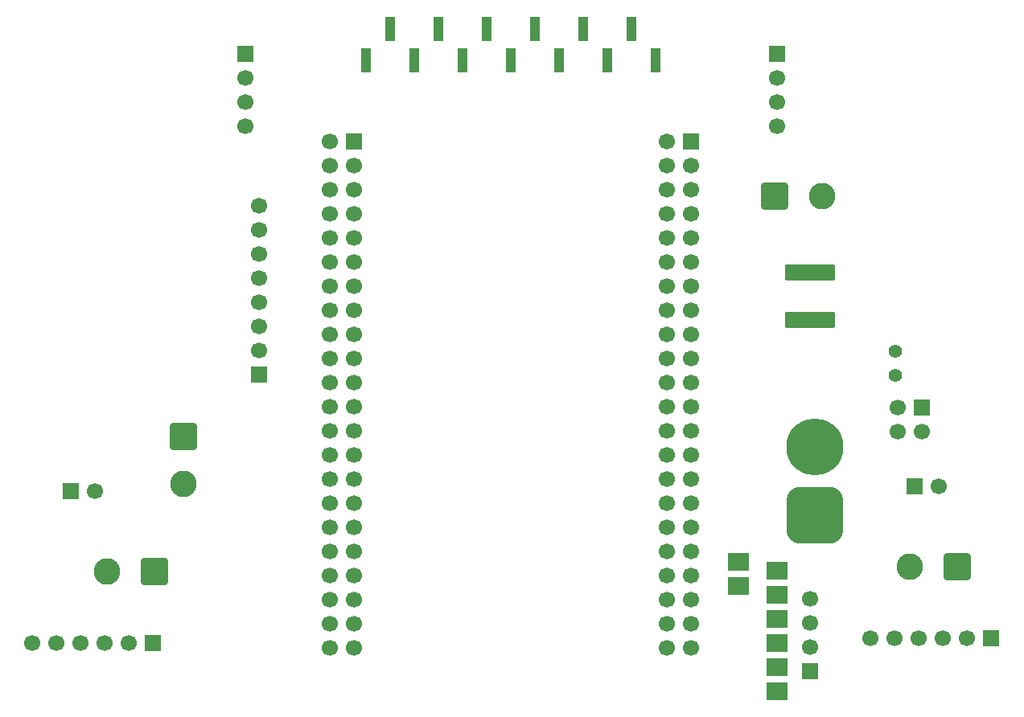
<source format=gbr>
%TF.GenerationSoftware,KiCad,Pcbnew,9.0.7-9.0.7~ubuntu24.04.1*%
%TF.CreationDate,2026-01-21T00:26:07+01:00*%
%TF.ProjectId,SILVER,53494c56-4552-42e6-9b69-6361645f7063,rev?*%
%TF.SameCoordinates,Original*%
%TF.FileFunction,Soldermask,Top*%
%TF.FilePolarity,Negative*%
%FSLAX46Y46*%
G04 Gerber Fmt 4.6, Leading zero omitted, Abs format (unit mm)*
G04 Created by KiCad (PCBNEW 9.0.7-9.0.7~ubuntu24.04.1) date 2026-01-21 00:26:07*
%MOMM*%
%LPD*%
G01*
G04 APERTURE LIST*
G04 Aperture macros list*
%AMRoundRect*
0 Rectangle with rounded corners*
0 $1 Rounding radius*
0 $2 $3 $4 $5 $6 $7 $8 $9 X,Y pos of 4 corners*
0 Add a 4 corners polygon primitive as box body*
4,1,4,$2,$3,$4,$5,$6,$7,$8,$9,$2,$3,0*
0 Add four circle primitives for the rounded corners*
1,1,$1+$1,$2,$3*
1,1,$1+$1,$4,$5*
1,1,$1+$1,$6,$7*
1,1,$1+$1,$8,$9*
0 Add four rect primitives between the rounded corners*
20,1,$1+$1,$2,$3,$4,$5,0*
20,1,$1+$1,$4,$5,$6,$7,0*
20,1,$1+$1,$6,$7,$8,$9,0*
20,1,$1+$1,$8,$9,$2,$3,0*%
G04 Aperture macros list end*
%ADD10R,1.700000X1.700000*%
%ADD11C,1.700000*%
%ADD12RoundRect,1.500000X1.500000X-1.500000X1.500000X1.500000X-1.500000X1.500000X-1.500000X-1.500000X0*%
%ADD13C,6.000000*%
%ADD14RoundRect,0.100000X-2.500000X-0.750000X2.500000X-0.750000X2.500000X0.750000X-2.500000X0.750000X0*%
%ADD15RoundRect,0.101600X1.000000X0.850000X-1.000000X0.850000X-1.000000X-0.850000X1.000000X-0.850000X0*%
%ADD16C,1.400000*%
%ADD17RoundRect,0.250001X1.149999X1.149999X-1.149999X1.149999X-1.149999X-1.149999X1.149999X-1.149999X0*%
%ADD18C,2.800000*%
%ADD19R,1.000000X2.510000*%
%ADD20RoundRect,0.250001X-1.149999X-1.149999X1.149999X-1.149999X1.149999X1.149999X-1.149999X1.149999X0*%
%ADD21RoundRect,0.250001X-1.149999X1.149999X-1.149999X-1.149999X1.149999X-1.149999X1.149999X1.149999X0*%
G04 APERTURE END LIST*
D10*
%TO.C,J2*%
X172025000Y-76000000D03*
D11*
X172025000Y-78540000D03*
X172025000Y-81080000D03*
X172025000Y-83620000D03*
%TD*%
D10*
%TO.C,J18*%
X153725000Y-122000000D03*
D11*
X156265000Y-122000000D03*
%TD*%
D10*
%TO.C,J5*%
X250580000Y-137500000D03*
D11*
X248040000Y-137500000D03*
X245500000Y-137500000D03*
X242960000Y-137500000D03*
X240420000Y-137500000D03*
X237880000Y-137500000D03*
%TD*%
D12*
%TO.C,J6*%
X232000000Y-124600000D03*
D13*
X232000000Y-117400000D03*
%TD*%
D10*
%TO.C,J12*%
X242460000Y-121500000D03*
D11*
X245000000Y-121500000D03*
%TD*%
D14*
%TO.C,SW1*%
X231500000Y-99000000D03*
X231500000Y-104000000D03*
%TD*%
D15*
%TO.C,J7*%
X228000000Y-143080000D03*
X228000000Y-140540000D03*
X228000000Y-138000000D03*
X228000000Y-135460000D03*
X228000000Y-132920000D03*
X228000000Y-130380000D03*
X223969000Y-132056400D03*
X223969000Y-129516400D03*
%TD*%
D16*
%TO.C,R1*%
X240500000Y-107280000D03*
X240500000Y-109820000D03*
%TD*%
D10*
%TO.C,J3*%
X173500000Y-109780000D03*
D11*
X173500000Y-107240000D03*
X173500000Y-104700000D03*
X173500000Y-102160000D03*
X173500000Y-99620000D03*
X173500000Y-97080000D03*
X173500000Y-94540000D03*
X173500000Y-92000000D03*
%TD*%
D10*
%TO.C,J11*%
X228025000Y-76000000D03*
D11*
X228025000Y-78540000D03*
X228025000Y-81080000D03*
X228025000Y-83620000D03*
%TD*%
D17*
%TO.C,J16*%
X162500000Y-130500000D03*
D18*
X157500000Y-130500000D03*
%TD*%
D10*
%TO.C,J9*%
X183500000Y-85240000D03*
D11*
X180960000Y-85240000D03*
X183500000Y-87780000D03*
X180960000Y-87780000D03*
X183500000Y-90320000D03*
X180960000Y-90320000D03*
X183500000Y-92860000D03*
X180960000Y-92860000D03*
X183500000Y-95400000D03*
X180960000Y-95400000D03*
X183500000Y-97940000D03*
X180960000Y-97940000D03*
X183500000Y-100480000D03*
X180960000Y-100480000D03*
X183500000Y-103020000D03*
X180960000Y-103020000D03*
X183500000Y-105560000D03*
X180960000Y-105560000D03*
X183500000Y-108100000D03*
X180960000Y-108100000D03*
X183500000Y-110640000D03*
X180960000Y-110640000D03*
X183500000Y-113180000D03*
X180960000Y-113180000D03*
X183500000Y-115720000D03*
X180960000Y-115720000D03*
X183500000Y-118260000D03*
X180960000Y-118260000D03*
X183500000Y-120800000D03*
X180960000Y-120800000D03*
X183500000Y-123340000D03*
X180960000Y-123340000D03*
X183500000Y-125880000D03*
X180960000Y-125880000D03*
X183500000Y-128420000D03*
X180960000Y-128420000D03*
X183500000Y-130960000D03*
X180960000Y-130960000D03*
X183500000Y-133500000D03*
X180960000Y-133500000D03*
X183500000Y-136040000D03*
X180960000Y-136040000D03*
X183500000Y-138580000D03*
X180960000Y-138580000D03*
%TD*%
D19*
%TO.C,J1*%
X184760000Y-76655000D03*
X187300000Y-73345000D03*
X189840000Y-76655000D03*
X192380000Y-73345000D03*
X194920000Y-76655000D03*
X197460000Y-73345000D03*
X200000000Y-76655000D03*
X202540000Y-73345000D03*
X205080000Y-76655000D03*
X207620000Y-73345000D03*
X210160000Y-76655000D03*
X212700000Y-73345000D03*
X215240000Y-76655000D03*
%TD*%
D20*
%TO.C,J14*%
X227750000Y-90967500D03*
D18*
X232750000Y-90967500D03*
%TD*%
D10*
%TO.C,D2*%
X243290000Y-113250000D03*
D11*
X240750000Y-113250000D03*
X243290000Y-115790000D03*
X240750000Y-115790000D03*
%TD*%
D10*
%TO.C,J8*%
X231500000Y-141000000D03*
D11*
X231500000Y-138460000D03*
X231500000Y-135920000D03*
X231500000Y-133380000D03*
%TD*%
D10*
%TO.C,J4*%
X162350000Y-138000000D03*
D11*
X159810000Y-138000000D03*
X157270000Y-138000000D03*
X154730000Y-138000000D03*
X152190000Y-138000000D03*
X149650000Y-138000000D03*
%TD*%
D10*
%TO.C,J10*%
X219000000Y-85200000D03*
D11*
X216460000Y-85200000D03*
X219000000Y-87740000D03*
X216460000Y-87740000D03*
X219000000Y-90280000D03*
X216460000Y-90280000D03*
X219000000Y-92820000D03*
X216460000Y-92820000D03*
X219000000Y-95360000D03*
X216460000Y-95360000D03*
X219000000Y-97900000D03*
X216460000Y-97900000D03*
X219000000Y-100440000D03*
X216460000Y-100440000D03*
X219000000Y-102980000D03*
X216460000Y-102980000D03*
X219000000Y-105520000D03*
X216460000Y-105520000D03*
X219000000Y-108060000D03*
X216460000Y-108060000D03*
X219000000Y-110600000D03*
X216460000Y-110600000D03*
X219000000Y-113140000D03*
X216460000Y-113140000D03*
X219000000Y-115680000D03*
X216460000Y-115680000D03*
X219000000Y-118220000D03*
X216460000Y-118220000D03*
X219000000Y-120760000D03*
X216460000Y-120760000D03*
X219000000Y-123300000D03*
X216460000Y-123300000D03*
X219000000Y-125840000D03*
X216460000Y-125840000D03*
X219000000Y-128380000D03*
X216460000Y-128380000D03*
X219000000Y-130920000D03*
X216460000Y-130920000D03*
X219000000Y-133460000D03*
X216460000Y-133460000D03*
X219000000Y-136000000D03*
X216460000Y-136000000D03*
X219000000Y-138540000D03*
X216460000Y-138540000D03*
%TD*%
D17*
%TO.C,J15*%
X247000000Y-130000000D03*
D18*
X242000000Y-130000000D03*
%TD*%
D21*
%TO.C,J17*%
X165532500Y-116250000D03*
D18*
X165532500Y-121250000D03*
%TD*%
M02*

</source>
